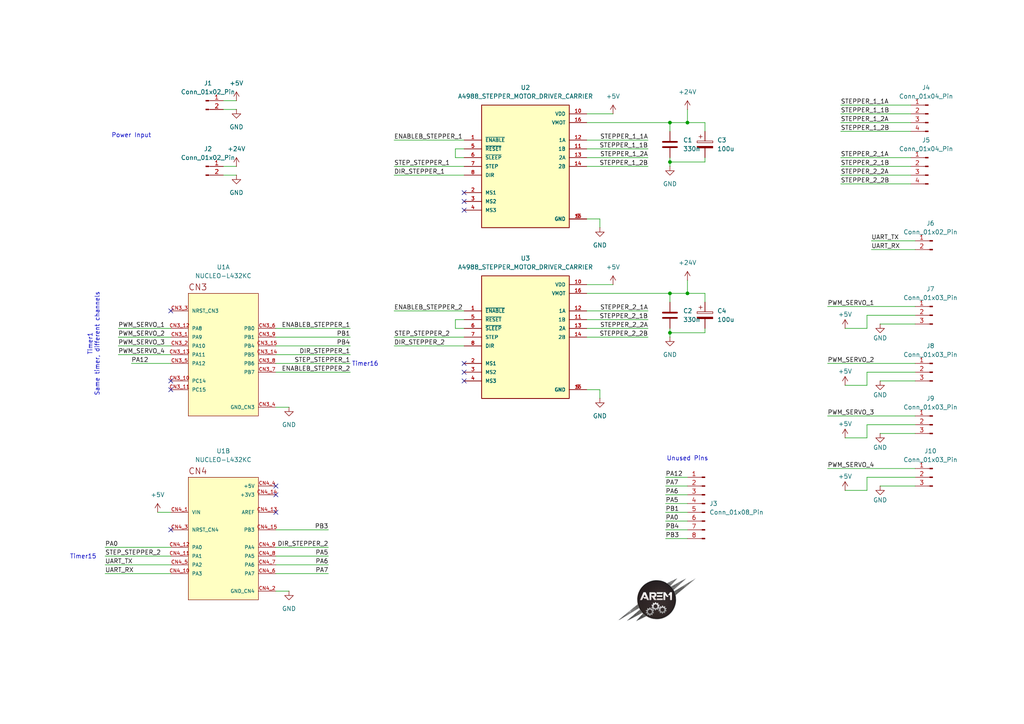
<source format=kicad_sch>
(kicad_sch (version 20250114) (generator "eeschema") (generator_version "9.0")
  (paper "A4")
  (title_block (title "carte_actionneur_cdr_2025") (date "2025-05-11"))
  (lib_symbols
    (symbol "A4988:A4988_STEPPER_MOTOR_DRIVER_CARRIER" (pin_names (offset 1.016))
      (property "Reference" "U" (at -12.7 19.05 0))
      (property "Value" "A4988_STEPPER_MOTOR_DRIVER_CARRIER" (at -12.7 -21.59 0))
      (symbol "A4988_STEPPER_MOTOR_DRIVER_CARRIER_0_0"
        (rectangle (start -12.7 -17.78) (end 12.7 17.78) (stroke (width 0.254)) (fill (type background)))
        (pin input line (at -17.78 7.62 0) (length 5.08) (name "~{ENABLE}") (number "1"))
        (pin input line (at -17.78 5.08 0) (length 5.08) (name "~{RESET}") (number "5"))
        (pin input line (at -17.78 2.54 0) (length 5.08) (name "~{SLEEP}") (number "6"))
        (pin input line (at -17.78 0 0) (length 5.08) (name "STEP") (number "7"))
        (pin input line (at -17.78 -2.54 0) (length 5.08) (name "DIR") (number "8"))
        (pin input line (at -17.78 -7.62 0) (length 5.08) (name "MS1") (number "2"))
        (pin input line (at -17.78 -10.16 0) (length 5.08) (name "MS2") (number "3"))
        (pin input line (at -17.78 -12.7 0) (length 5.08) (name "MS3") (number "4"))
        (pin power_in line (at 17.78 15.24 180) (length 5.08) (name "VDD") (number "10"))
        (pin power_in line (at 17.78 12.7 180) (length 5.08) (name "VMOT") (number "16"))
        (pin output line (at 17.78 7.62 180) (length 5.08) (name "1A") (number "12"))
        (pin output line (at 17.78 5.08 180) (length 5.08) (name "1B") (number "11"))
        (pin output line (at 17.78 2.54 180) (length 5.08) (name "2A") (number "13"))
        (pin output line (at 17.78 0 180) (length 5.08) (name "2B") (number "14"))
        (pin power_in line (at 17.78 -15.24 180) (length 5.08) (name "GND") (number "15"))
        (pin power_in line (at 17.78 -15.24 180) (length 5.08) (name "GND") (number "9"))
      )
    )
    (symbol "Connector:Conn_01x02_Pin" (pin_names (offset 1.016) (hide yes))
      (property "Reference" "J" (at 0 2.54 0))
      (property "Value" "Conn_01x02_Pin" (at 0 -5.08 0))
      (symbol "Conn_01x02_Pin_1_1"
        (rectangle (start 0.8636 0.127) (end 0 -0.127) (stroke (width 0.1524)) (fill (type outline)))
        (rectangle (start 0.8636 -2.413) (end 0 -2.667) (stroke (width 0.1524)) (fill (type outline)))
        (polyline (pts (xy 1.27 0) (xy 0.8636 0)) (stroke (width 0.1524)))
        (polyline (pts (xy 1.27 -2.54) (xy 0.8636 -2.54)) (stroke (width 0.1524)))
        (pin passive line (at 5.08 0 180) (length 3.81) (name "Pin_1") (number "1"))
        (pin passive line (at 5.08 -2.54 180) (length 3.81) (name "Pin_2") (number "2"))
      )
    )
    (symbol "Connector:Conn_01x03_Pin" (pin_names (offset 1.016) (hide yes))
      (property "Reference" "J" (at 0 5.08 0))
      (property "Value" "Conn_01x03_Pin" (at 0 -5.08 0))
      (symbol "Conn_01x03_Pin_1_1"
        (rectangle (start 0.8636 2.667) (end 0 2.413) (stroke (width 0.1524)) (fill (type outline)))
        (rectangle (start 0.8636 0.127) (end 0 -0.127) (stroke (width 0.1524)) (fill (type outline)))
        (rectangle (start 0.8636 -2.413) (end 0 -2.667) (stroke (width 0.1524)) (fill (type outline)))
        (polyline (pts (xy 1.27 2.54) (xy 0.8636 2.54)) (stroke (width 0.1524)))
        (polyline (pts (xy 1.27 0) (xy 0.8636 0)) (stroke (width 0.1524)))
        (polyline (pts (xy 1.27 -2.54) (xy 0.8636 -2.54)) (stroke (width 0.1524)))
        (pin passive line (at 5.08 2.54 180) (length 3.81) (name "Pin_1") (number "1"))
        (pin passive line (at 5.08 0 180) (length 3.81) (name "Pin_2") (number "2"))
        (pin passive line (at 5.08 -2.54 180) (length 3.81) (name "Pin_3") (number "3"))
      )
    )
    (symbol "Connector:Conn_01x04_Pin" (pin_names (offset 1.016) (hide yes))
      (property "Reference" "J" (at 0 5.08 0))
      (property "Value" "Conn_01x04_Pin" (at 0 -7.62 0))
      (symbol "Conn_01x04_Pin_1_1"
        (rectangle (start 0.8636 2.667) (end 0 2.413) (stroke (width 0.1524)) (fill (type outline)))
        (rectangle (start 0.8636 0.127) (end 0 -0.127) (stroke (width 0.1524)) (fill (type outline)))
        (rectangle (start 0.8636 -2.413) (end 0 -2.667) (stroke (width 0.1524)) (fill (type outline)))
        (rectangle (start 0.8636 -4.953) (end 0 -5.207) (stroke (width 0.1524)) (fill (type outline)))
        (polyline (pts (xy 1.27 2.54) (xy 0.8636 2.54)) (stroke (width 0.1524)))
        (polyline (pts (xy 1.27 0) (xy 0.8636 0)) (stroke (width 0.1524)))
        (polyline (pts (xy 1.27 -2.54) (xy 0.8636 -2.54)) (stroke (width 0.1524)))
        (polyline (pts (xy 1.27 -5.08) (xy 0.8636 -5.08)) (stroke (width 0.1524)))
        (pin passive line (at 5.08 2.54 180) (length 3.81) (name "Pin_1") (number "1"))
        (pin passive line (at 5.08 0 180) (length 3.81) (name "Pin_2") (number "2"))
        (pin passive line (at 5.08 -2.54 180) (length 3.81) (name "Pin_3") (number "3"))
        (pin passive line (at 5.08 -5.08 180) (length 3.81) (name "Pin_4") (number "4"))
      )
    )
    (symbol "Connector:Conn_01x08_Pin" (pin_names (offset 1.016) (hide yes))
      (property "Reference" "J" (at 0 10.16 0))
      (property "Value" "Conn_01x08_Pin" (at 0 -12.7 0))
      (symbol "Conn_01x08_Pin_1_1"
        (rectangle (start 0.8636 7.747) (end 0 7.493) (stroke (width 0.1524)) (fill (type outline)))
        (rectangle (start 0.8636 5.207) (end 0 4.953) (stroke (width 0.1524)) (fill (type outline)))
        (rectangle (start 0.8636 2.667) (end 0 2.413) (stroke (width 0.1524)) (fill (type outline)))
        (rectangle (start 0.8636 0.127) (end 0 -0.127) (stroke (width 0.1524)) (fill (type outline)))
        (rectangle (start 0.8636 -2.413) (end 0 -2.667) (stroke (width 0.1524)) (fill (type outline)))
        (rectangle (start 0.8636 -4.953) (end 0 -5.207) (stroke (width 0.1524)) (fill (type outline)))
        (rectangle (start 0.8636 -7.493) (end 0 -7.747) (stroke (width 0.1524)) (fill (type outline)))
        (rectangle (start 0.8636 -10.033) (end 0 -10.287) (stroke (width 0.1524)) (fill (type outline)))
        (polyline (pts (xy 1.27 7.62) (xy 0.8636 7.62)) (stroke (width 0.1524)))
        (polyline (pts (xy 1.27 5.08) (xy 0.8636 5.08)) (stroke (width 0.1524)))
        (polyline (pts (xy 1.27 2.54) (xy 0.8636 2.54)) (stroke (width 0.1524)))
        (polyline (pts (xy 1.27 0) (xy 0.8636 0)) (stroke (width 0.1524)))
        (polyline (pts (xy 1.27 -2.54) (xy 0.8636 -2.54)) (stroke (width 0.1524)))
        (polyline (pts (xy 1.27 -5.08) (xy 0.8636 -5.08)) (stroke (width 0.1524)))
        (polyline (pts (xy 1.27 -7.62) (xy 0.8636 -7.62)) (stroke (width 0.1524)))
        (polyline (pts (xy 1.27 -10.16) (xy 0.8636 -10.16)) (stroke (width 0.1524)))
        (pin passive line (at 5.08 7.62 180) (length 3.81) (name "Pin_1") (number "1"))
        (pin passive line (at 5.08 5.08 180) (length 3.81) (name "Pin_2") (number "2"))
        (pin passive line (at 5.08 2.54 180) (length 3.81) (name "Pin_3") (number "3"))
        (pin passive line (at 5.08 0 180) (length 3.81) (name "Pin_4") (number "4"))
        (pin passive line (at 5.08 -2.54 180) (length 3.81) (name "Pin_5") (number "5"))
        (pin passive line (at 5.08 -5.08 180) (length 3.81) (name "Pin_6") (number "6"))
        (pin passive line (at 5.08 -7.62 180) (length 3.81) (name "Pin_7") (number "7"))
        (pin passive line (at 5.08 -10.16 180) (length 3.81) (name "Pin_8") (number "8"))
      )
    )
    (symbol "Device:C" (pin_numbers (hide yes)) (pin_names (offset 0.254))
      (property "Reference" "C" (at 0.635 2.54 0))
      (property "Value" "C" (at 0.635 -2.54 0))
      (symbol "C_0_1"
        (polyline (pts (xy -2.032 0.762) (xy 2.032 0.762)) (stroke (width 0.508)))
        (polyline (pts (xy -2.032 -0.762) (xy 2.032 -0.762)) (stroke (width 0.508)))
      )
      (symbol "C_1_1"
        (pin passive line (at 0 3.81 270) (length 2.794) (name "~") (number "1"))
        (pin passive line (at 0 -3.81 90) (length 2.794) (name "~") (number "2"))
      )
    )
    (symbol "Device:C_Polarized" (pin_numbers (hide yes)) (pin_names (offset 0.254))
      (property "Reference" "C" (at 0.635 2.54 0))
      (property "Value" "C_Polarized" (at 0.635 -2.54 0))
      (symbol "C_Polarized_0_1"
        (rectangle (start -2.286 0.508) (end 2.286 1.016))
        (polyline (pts (xy -1.778 2.286) (xy -0.762 2.286)))
        (polyline (pts (xy -1.27 2.794) (xy -1.27 1.778)))
        (rectangle (start 2.286 -0.508) (end -2.286 -1.016) (fill (type outline)))
      )
      (symbol "C_Polarized_1_1"
        (pin passive line (at 0 3.81 270) (length 2.794) (name "~") (number "1"))
        (pin passive line (at 0 -3.81 90) (length 2.794) (name "~") (number "2"))
      )
    )
    (symbol "Nucleo:NUCLEO-L432KC" (pin_names (offset 1.016))
      (property "Reference" "U" (at -10.16 21.082 0))
      (property "Value" "NUCLEO-L432KC" (at -10.16 -20.32 0))
      (symbol "NUCLEO-L432KC_1_0"
        (rectangle (start -10.16 -17.78) (end 10.16 17.78) (stroke (width 0.1524)) (fill (type background)))
        (text "CN3" (at -10.16 18.542 0) (effects (font (size 1.778 1.778)) (justify left bottom)))
        (pin bidirectional line (at -15.24 12.7 0) (length 5.08) (name "NRST_CN3") (number "CN3_3"))
        (pin bidirectional line (at -15.24 7.62 0) (length 5.08) (name "PA8") (number "CN3_12"))
        (pin bidirectional line (at -15.24 5.08 0) (length 5.08) (name "PA9") (number "CN3_1"))
        (pin bidirectional line (at -15.24 2.54 0) (length 5.08) (name "PA10") (number "CN3_2"))
        (pin bidirectional line (at -15.24 0 0) (length 5.08) (name "PA11") (number "CN3_13"))
        (pin bidirectional line (at -15.24 -2.54 0) (length 5.08) (name "PA12") (number "CN3_5"))
        (pin bidirectional line (at -15.24 -7.62 0) (length 5.08) (name "PC14") (number "CN3_10"))
        (pin bidirectional line (at -15.24 -10.16 0) (length 5.08) (name "PC15") (number "CN3_11"))
        (pin bidirectional line (at 15.24 7.62 180) (length 5.08) (name "PB0") (number "CN3_6"))
        (pin bidirectional line (at 15.24 5.08 180) (length 5.08) (name "PB1") (number "CN3_9"))
        (pin bidirectional line (at 15.24 2.54 180) (length 5.08) (name "PB4") (number "CN3_15"))
        (pin bidirectional line (at 15.24 0 180) (length 5.08) (name "PB5") (number "CN3_14"))
        (pin bidirectional line (at 15.24 -2.54 180) (length 5.08) (name "PB6") (number "CN3_8"))
        (pin bidirectional line (at 15.24 -5.08 180) (length 5.08) (name "PB7") (number "CN3_7"))
        (pin power_in line (at 15.24 -15.24 180) (length 5.08) (name "GND_CN3") (number "CN3_4"))
      )
      (symbol "NUCLEO-L432KC_2_0"
        (rectangle (start -10.16 -17.78) (end 10.16 17.78) (stroke (width 0.1524)) (fill (type background)))
        (text "CN4" (at -10.16 18.542 0) (effects (font (size 1.778 1.778)) (justify left bottom)))
        (pin input line (at -15.24 7.62 0) (length 5.08) (name "VIN") (number "CN4_1"))
        (pin bidirectional line (at -15.24 2.54 0) (length 5.08) (name "NRST_CN4") (number "CN4_3"))
        (pin bidirectional line (at -15.24 -2.54 0) (length 5.08) (name "PA0") (number "CN4_12"))
        (pin bidirectional line (at -15.24 -5.08 0) (length 5.08) (name "PA1") (number "CN4_11"))
        (pin bidirectional line (at -15.24 -7.62 0) (length 5.08) (name "PA2") (number "CN4_5"))
        (pin bidirectional line (at -15.24 -10.16 0) (length 5.08) (name "PA3") (number "CN4_10"))
        (pin power_in line (at 15.24 15.24 180) (length 5.08) (name "+5V") (number "CN4_4"))
        (pin power_in line (at 15.24 12.7 180) (length 5.08) (name "+3V3") (number "CN4_14"))
        (pin bidirectional line (at 15.24 7.62 180) (length 5.08) (name "AREF") (number "CN4_13"))
        (pin bidirectional line (at 15.24 2.54 180) (length 5.08) (name "PB3") (number "CN4_15"))
        (pin bidirectional line (at 15.24 -2.54 180) (length 5.08) (name "PA4") (number "CN4_9"))
        (pin bidirectional line (at 15.24 -5.08 180) (length 5.08) (name "PA5") (number "CN4_8"))
        (pin bidirectional line (at 15.24 -7.62 180) (length 5.08) (name "PA6") (number "CN4_7"))
        (pin bidirectional line (at 15.24 -10.16 180) (length 5.08) (name "PA7") (number "CN4_6"))
        (pin power_in line (at 15.24 -15.24 180) (length 5.08) (name "GND_CN4") (number "CN4_2"))
      )
    )
    (symbol "power:+24V" (power) (pin_numbers (hide yes)) (pin_names (offset 0) (hide yes))
      (property "Value" "+24V" (at 0 3.556 0))
      (symbol "+24V_0_1"
        (polyline (pts (xy -0.762 1.27) (xy 0 2.54)))
        (polyline (pts (xy 0 2.54) (xy 0.762 1.27)))
        (polyline (pts (xy 0 0) (xy 0 2.54)))
      )
      (symbol "+24V_1_1"
        (pin power_in line (at 0 0 90) (length 0) (name "~") (number "1"))
      )
    )
    (symbol "power:+5V" (power) (pin_numbers (hide yes)) (pin_names (offset 0) (hide yes))
      (property "Value" "+5V" (at 0 3.556 0))
      (symbol "+5V_0_1"
        (polyline (pts (xy -0.762 1.27) (xy 0 2.54)))
        (polyline (pts (xy 0 2.54) (xy 0.762 1.27)))
        (polyline (pts (xy 0 0) (xy 0 2.54)))
      )
      (symbol "+5V_1_1"
        (pin power_in line (at 0 0 90) (length 0) (name "~") (number "1"))
      )
    )
    (symbol "power:GND" (power) (pin_numbers (hide yes)) (pin_names (offset 0) (hide yes))
      (property "Value" "GND" (at 0 -3.81 0))
      (symbol "GND_0_1"
        (polyline (pts (xy 0 0) (xy 0 -1.27) (xy 1.27 -1.27) (xy 0 -2.54) (xy -1.27 -1.27) (xy 0 -1.27)))
      )
      (symbol "GND_1_1"
        (pin power_in line (at 0 0 270) (length 0) (name "~") (number "1"))
      )
    )
  )
  (text "Timer15\n" (at 24.13 161.544 0) (effects (font (size 1.27 1.27))))
  (text "Unused Pins" (at 199.39 133.096 0) (effects (font (size 1.27 1.27))))
  (text "Power Input\n" (at 38.1 39.37 0) (effects (font (size 1.27 1.27))))
  (text "Timer1\nSame timer, different channels" (at 27.178 99.822 90) (effects (font (size 1.27 1.27))))
  (text "Timer16\n" (at 105.918 105.664 0) (effects (font (size 1.27 1.27))))
  (junction (at 194.31 46.99))
  (junction (at 194.31 35.56))
  (junction (at 194.31 85.09))
  (junction (at 199.39 85.09))
  (junction (at 199.39 35.56))
  (junction (at 194.31 96.52))
  (no_connect (at 134.62 60.96))
  (no_connect (at 49.53 153.67))
  (no_connect (at 49.53 90.17))
  (no_connect (at 49.53 110.49))
  (no_connect (at 134.62 105.41))
  (no_connect (at 80.01 148.59))
  (no_connect (at 134.62 110.49))
  (no_connect (at 134.62 55.88))
  (no_connect (at 80.01 140.97))
  (no_connect (at 134.62 107.95))
  (no_connect (at 49.53 113.03))
  (no_connect (at 80.01 143.51))
  (no_connect (at 134.62 58.42))
  (wire (pts (xy 134.62 95.25) (xy 132.08 95.25)))
  (wire (pts (xy 132.08 45.72) (xy 132.08 43.18)))
  (wire (pts (xy 132.08 92.71) (xy 134.62 92.71)))
  (wire (pts (xy 204.47 96.52) (xy 194.31 96.52)))
  (wire (pts (xy 80.01 153.67) (xy 95.25 153.67)))
  (wire (pts (xy 170.18 113.03) (xy 173.99 113.03)))
  (wire (pts (xy 251.46 107.95) (xy 251.46 111.76)))
  (wire (pts (xy 255.27 140.97) (xy 265.43 140.97)))
  (wire (pts (xy 264.16 53.34) (xy 243.84 53.34)))
  (wire (pts (xy 80.01 95.25) (xy 101.6 95.25)))
  (wire (pts (xy 170.18 97.79) (xy 187.96 97.79)))
  (wire (pts (xy 194.31 35.56) (xy 170.18 35.56)))
  (wire (pts (xy 204.47 45.72) (xy 204.47 46.99)))
  (wire (pts (xy 170.18 95.25) (xy 187.96 95.25)))
  (wire (pts (xy 80.01 107.95) (xy 101.6 107.95)))
  (wire (pts (xy 170.18 90.17) (xy 187.96 90.17)))
  (wire (pts (xy 193.04 151.13) (xy 199.39 151.13)))
  (wire (pts (xy 114.3 48.26) (xy 134.62 48.26)))
  (wire (pts (xy 252.73 69.85) (xy 265.43 69.85)))
  (wire (pts (xy 64.77 48.26) (xy 68.58 48.26)))
  (wire (pts (xy 194.31 95.25) (xy 194.31 96.52)))
  (wire (pts (xy 193.04 148.59) (xy 199.39 148.59)))
  (wire (pts (xy 114.3 100.33) (xy 134.62 100.33)))
  (wire (pts (xy 114.3 97.79) (xy 134.62 97.79)))
  (wire (pts (xy 170.18 33.02) (xy 177.8 33.02)))
  (wire (pts (xy 204.47 87.63) (xy 204.47 85.09)))
  (wire (pts (xy 240.03 120.65) (xy 265.43 120.65)))
  (wire (pts (xy 194.31 46.99) (xy 194.31 48.26)))
  (wire (pts (xy 114.3 50.8) (xy 134.62 50.8)))
  (wire (pts (xy 264.16 48.26) (xy 243.84 48.26)))
  (wire (pts (xy 170.18 45.72) (xy 187.96 45.72)))
  (wire (pts (xy 204.47 35.56) (xy 199.39 35.56)))
  (wire (pts (xy 64.77 29.21) (xy 68.58 29.21)))
  (wire (pts (xy 204.47 38.1) (xy 204.47 35.56)))
  (wire (pts (xy 243.84 33.02) (xy 264.16 33.02)))
  (wire (pts (xy 264.16 50.8) (xy 243.84 50.8)))
  (wire (pts (xy 80.01 166.37) (xy 95.25 166.37)))
  (wire (pts (xy 80.01 158.75) (xy 95.25 158.75)))
  (wire (pts (xy 34.29 102.87) (xy 49.53 102.87)))
  (wire (pts (xy 170.18 40.64) (xy 187.96 40.64)))
  (wire (pts (xy 134.62 45.72) (xy 132.08 45.72)))
  (wire (pts (xy 80.01 102.87) (xy 101.6 102.87)))
  (wire (pts (xy 243.84 35.56) (xy 264.16 35.56)))
  (wire (pts (xy 30.48 158.75) (xy 49.53 158.75)))
  (wire (pts (xy 170.18 43.18) (xy 187.96 43.18)))
  (wire (pts (xy 80.01 161.29) (xy 95.25 161.29)))
  (wire (pts (xy 251.46 95.25) (xy 245.11 95.25)))
  (wire (pts (xy 173.99 113.03) (xy 173.99 115.57)))
  (wire (pts (xy 170.18 92.71) (xy 187.96 92.71)))
  (wire (pts (xy 114.3 90.17) (xy 134.62 90.17)))
  (wire (pts (xy 194.31 85.09) (xy 194.31 87.63)))
  (wire (pts (xy 255.27 125.73) (xy 265.43 125.73)))
  (wire (pts (xy 255.27 93.98) (xy 265.43 93.98)))
  (wire (pts (xy 243.84 38.1) (xy 264.16 38.1)))
  (wire (pts (xy 34.29 97.79) (xy 49.53 97.79)))
  (wire (pts (xy 30.48 166.37) (xy 49.53 166.37)))
  (wire (pts (xy 251.46 123.19) (xy 251.46 127)))
  (wire (pts (xy 240.03 88.9) (xy 265.43 88.9)))
  (wire (pts (xy 265.43 123.19) (xy 251.46 123.19)))
  (wire (pts (xy 204.47 95.25) (xy 204.47 96.52)))
  (wire (pts (xy 251.46 142.24) (xy 245.11 142.24)))
  (wire (pts (xy 38.1 105.41) (xy 49.53 105.41)))
  (wire (pts (xy 194.31 96.52) (xy 194.31 97.79)))
  (wire (pts (xy 265.43 91.44) (xy 251.46 91.44)))
  (wire (pts (xy 204.47 46.99) (xy 194.31 46.99)))
  (wire (pts (xy 170.18 82.55) (xy 177.8 82.55)))
  (wire (pts (xy 170.18 48.26) (xy 187.96 48.26)))
  (wire (pts (xy 252.73 72.39) (xy 265.43 72.39)))
  (wire (pts (xy 251.46 111.76) (xy 245.11 111.76)))
  (wire (pts (xy 80.01 118.11) (xy 83.82 118.11)))
  (wire (pts (xy 264.16 45.72) (xy 243.84 45.72)))
  (wire (pts (xy 114.3 40.64) (xy 134.62 40.64)))
  (wire (pts (xy 199.39 85.09) (xy 194.31 85.09)))
  (wire (pts (xy 199.39 35.56) (xy 194.31 35.56)))
  (wire (pts (xy 132.08 43.18) (xy 134.62 43.18)))
  (wire (pts (xy 49.53 148.59) (xy 45.72 148.59)))
  (wire (pts (xy 132.08 95.25) (xy 132.08 92.71)))
  (wire (pts (xy 193.04 143.51) (xy 199.39 143.51)))
  (wire (pts (xy 243.84 30.48) (xy 264.16 30.48)))
  (wire (pts (xy 193.04 146.05) (xy 199.39 146.05)))
  (wire (pts (xy 193.04 138.43) (xy 199.39 138.43)))
  (wire (pts (xy 251.46 127) (xy 245.11 127)))
  (wire (pts (xy 193.04 156.21) (xy 199.39 156.21)))
  (wire (pts (xy 193.04 153.67) (xy 199.39 153.67)))
  (wire (pts (xy 80.01 163.83) (xy 95.25 163.83)))
  (wire (pts (xy 240.03 135.89) (xy 265.43 135.89)))
  (wire (pts (xy 80.01 105.41) (xy 101.6 105.41)))
  (wire (pts (xy 80.01 97.79) (xy 101.6 97.79)))
  (wire (pts (xy 193.04 140.97) (xy 199.39 140.97)))
  (wire (pts (xy 170.18 63.5) (xy 173.99 63.5)))
  (wire (pts (xy 251.46 91.44) (xy 251.46 95.25)))
  (wire (pts (xy 265.43 107.95) (xy 251.46 107.95)))
  (wire (pts (xy 194.31 35.56) (xy 194.31 38.1)))
  (wire (pts (xy 173.99 63.5) (xy 173.99 66.04)))
  (wire (pts (xy 80.01 171.45) (xy 83.82 171.45)))
  (wire (pts (xy 240.03 105.41) (xy 265.43 105.41)))
  (wire (pts (xy 199.39 31.75) (xy 199.39 35.56)))
  (wire (pts (xy 194.31 45.72) (xy 194.31 46.99)))
  (wire (pts (xy 34.29 100.33) (xy 49.53 100.33)))
  (wire (pts (xy 251.46 138.43) (xy 251.46 142.24)))
  (wire (pts (xy 199.39 81.28) (xy 199.39 85.09)))
  (wire (pts (xy 204.47 85.09) (xy 199.39 85.09)))
  (wire (pts (xy 34.29 95.25) (xy 49.53 95.25)))
  (wire (pts (xy 30.48 163.83) (xy 49.53 163.83)))
  (wire (pts (xy 170.18 85.09) (xy 194.31 85.09)))
  (wire (pts (xy 255.27 110.49) (xy 265.43 110.49)))
  (wire (pts (xy 64.77 50.8) (xy 68.58 50.8)))
  (wire (pts (xy 64.77 31.75) (xy 68.58 31.75)))
  (wire (pts (xy 30.48 161.29) (xy 49.53 161.29)))
  (wire (pts (xy 80.01 100.33) (xy 101.6 100.33)))
  (wire (pts (xy 265.43 138.43) (xy 251.46 138.43)))
  (image (at 190.5 173.99) (scale 0.131884))
  (label "STEPPER_2_1B" (at 243.84 48.26 0))
  (label "STEPPER_1_2A" (at 187.96 45.72 180))
  (label "PA12" (at 38.1 105.41 0))
  (label "STEPPER_2_2B" (at 187.96 97.79 180))
  (label "PA6" (at 95.25 163.83 180))
  (label "STEPPER_2_2A" (at 187.96 95.25 180))
  (label "PA0" (at 193.04 151.13 0))
  (label "STEP_STEPPER_2" (at 114.3 97.79 0))
  (label "STEPPER_1_1A" (at 243.84 30.48 0))
  (label "PWM_SERVO_3" (at 34.29 100.33 0))
  (label "DIR_STEPPER_2" (at 95.25 158.75 180))
  (label "PA5" (at 95.25 161.29 180))
  (label "STEPPER_1_1B" (at 187.96 43.18 180))
  (label "STEPPER_1_2B" (at 243.84 38.1 0))
  (label "STEPPER_2_2B" (at 243.84 53.34 0))
  (label "UART_TX" (at 30.48 163.83 0))
  (label "STEPPER_1_2A" (at 243.84 35.56 0))
  (label "ENABLEB_STEPPER_1" (at 114.3 40.64 0))
  (label "PWM_SERVO_1" (at 34.29 95.25 0))
  (label "STEPPER_1_1B" (at 243.84 33.02 0))
  (label "UART_TX" (at 252.73 69.85 0))
  (label "STEPPER_1_2B" (at 187.96 48.26 180))
  (label "PWM_SERVO_3" (at 240.03 120.65 0))
  (label "STEPPER_2_1B" (at 187.96 92.71 180))
  (label "PA0" (at 30.48 158.75 0))
  (label "PA5" (at 193.04 146.05 0))
  (label "STEP_STEPPER_1" (at 114.3 48.26 0))
  (label "DIR_STEPPER_1" (at 114.3 50.8 0))
  (label "PB3" (at 95.25 153.67 180))
  (label "PB1" (at 101.6 97.79 180))
  (label "PB3" (at 193.04 156.21 0))
  (label "PWM_SERVO_1" (at 240.03 88.9 0))
  (label "PWM_SERVO_4" (at 240.03 135.89 0))
  (label "PB1" (at 193.04 148.59 0))
  (label "PB4" (at 101.6 100.33 180))
  (label "PB4" (at 193.04 153.67 0))
  (label "ENABLEB_STEPPER_2" (at 101.6 107.95 180))
  (label "STEP_STEPPER_2" (at 30.48 161.29 0))
  (label "DIR_STEPPER_2" (at 114.3 100.33 0))
  (label "STEPPER_1_1A" (at 187.96 40.64 180))
  (label "UART_RX" (at 252.73 72.39 0))
  (label "PWM_SERVO_2" (at 240.03 105.41 0))
  (label "PWM_SERVO_4" (at 34.29 102.87 0))
  (label "PA6" (at 193.04 143.51 0))
  (label "STEPPER_2_2A" (at 243.84 50.8 0))
  (label "PA7" (at 193.04 140.97 0))
  (label "PWM_SERVO_2" (at 34.29 97.79 0))
  (label "UART_RX" (at 30.48 166.37 0))
  (label "STEP_STEPPER_1" (at 101.6 105.41 180))
  (label "PA7" (at 95.25 166.37 180))
  (label "ENABLEB_STEPPER_2" (at 114.3 90.17 0))
  (label "PA12" (at 193.04 138.43 0))
  (label "STEPPER_2_1A" (at 187.96 90.17 180))
  (label "STEPPER_2_1A" (at 243.84 45.72 0))
  (label "ENABLEB_STEPPER_1" (at 101.6 95.25 180))
  (label "DIR_STEPPER_1" (at 101.6 102.87 180))
  (symbol (lib_id "Device:C") (at 194.31 41.91 0) (unit 1)
    (property "Reference" "C1" (at 198.12 40.6399 0) (effects (justify left)))
    (property "Value" "330n" (at 198.12 43.1799 0) (effects (justify left)))
    (property "Footprint" "Capacitor_THT:CP_Radial_D5.0mm_P2.50mm" (effects (hide yes)))
    (property "Description" "Unpolarized capacitor" (effects (hide yes)))
  )
  (symbol (lib_id "A4988:A4988_STEPPER_MOTOR_DRIVER_CARRIER") (at 152.4 48.26 0) (unit 1)
    (property "Reference" "U2" (at 152.4 25.4 0))
    (property "Value" "A4988_STEPPER_MOTOR_DRIVER_CARRIER" (at 152.4 27.94 0))
    (property "Footprint" "A4988:MODULE_A4988_STEPPER_MOTOR_DRIVER_CARRIER" (effects (hide yes)))
    (property "MF" "Pololu" (effects (hide yes)))
    (property "DESCRIPTION" "Stepper motor controler; IC: A4988; 1A; Uin mot: 8÷35V" (effects (hide yes)))
    (property "PACKAGE" "None" (effects (hide yes)))
    (property "PRICE" "None" (effects (hide yes)))
    (property "Package" "None" (effects (hide yes)))
    (property "Check_prices" "https://www.snapeda.com/parts/A4988%20STEPPER%20MOTOR%20DRIVER%20CARRIER/Pololu/view-part/?ref=eda" (effects (hide yes)))
    (property "Price" "None" (effects (hide yes)))
    (property "SnapEDA_Link" "https://www.snapeda.com/parts/A4988%20STEPPER%20MOTOR%20DRIVER%20CARRIER/Pololu/view-part/?ref=snap" (effects (hide yes)))
    (property "MP" "A4988 STEPPER MOTOR DRIVER CARRIER" (effects (hide yes)))
    (property "Availability" "Not in stock" (effects (hide yes)))
    (property "AVAILABILITY" "Unavailable" (effects (hide yes)))
    (property "Description_1" "Stepper Motor Driver" (effects (hide yes)))
  )
  (symbol (lib_id "power:GND") (at 68.58 31.75 0) (unit 1)
    (property "Reference" "#PWR03" (effects (hide yes)))
    (property "Value" "GND" (at 68.58 36.83 0))
    (property "Description" "Power symbol creates a global label with name \"GND\" , ground" (effects (hide yes)))
  )
  (symbol (lib_id "power:+5V") (at 245.11 127 0) (unit 1)
    (property "Reference" "#PWR018" (effects (hide yes)))
    (property "Value" "+5V" (at 245.11 122.936 0))
    (property "Description" "Power symbol creates a global label with name \"+5V\"" (effects (hide yes)))
  )
  (symbol (lib_id "Connector:Conn_01x02_Pin") (at 59.69 29.21 0) (unit 1)
    (property "Reference" "J1" (at 60.325 24.13 0))
    (property "Value" "Conn_01x02_Pin" (at 60.325 26.67 0))
    (property "Footprint" "Connector_JST:JST_EH_B2B-EH-A_1x02_P2.50mm_Vertical" (effects (hide yes)))
    (property "Description" "Generic connector, single row, 01x02, script generated" (effects (hide yes)))
  )
  (symbol (lib_id "Nucleo:NUCLEO-L432KC") (at 64.77 102.87 0) (unit 1)
    (property "Reference" "U1" (at 64.77 77.47 0))
    (property "Value" "NUCLEO-L432KC" (at 64.77 80.01 0))
    (property "Footprint" "NUCLEO:MODULE_NUCLEO-L432KC" (effects (hide yes)))
    (property "MF" "STMicroelectronics" (effects (hide yes)))
    (property "MAXIMUM_PACKAGE_HEIGHT" "N/A" (effects (hide yes)))
    (property "Package" "None" (effects (hide yes)))
    (property "Price" "None" (effects (hide yes)))
    (property "Check_prices" "https://www.snapeda.com/parts/NUCLEO-L432KC/STMicroelectronics/view-part/?ref=eda" (effects (hide yes)))
    (property "STANDARD" "Manufacturer Recommendations" (effects (hide yes)))
    (property "PARTREV" "N/A" (effects (hide yes)))
    (property "SnapEDA_Link" "https://www.snapeda.com/parts/NUCLEO-L432KC/STMicroelectronics/view-part/?ref=snap" (effects (hide yes)))
    (property "MP" "NUCLEO-L432KC" (effects (hide yes)))
    (property "Description_1" "STM32L432KC, mbed-Enabled Development Nucleo-32 STM32L4 ARM® Cortex®-M4 MCU 32-Bit Embedded Evaluation Board" (effects (hide yes)))
    (property "Availability" "In Stock" (effects (hide yes)))
    (property "MANUFACTURER" "ST Microelectronics" (effects (hide yes)))
  )
  (symbol (lib_id "power:+24V") (at 199.39 81.28 0) (unit 1)
    (property "Reference" "#PWR015" (effects (hide yes)))
    (property "Value" "+24V" (at 199.39 76.2 0))
    (property "Description" "Power symbol creates a global label with name \"+24V\"" (effects (hide yes)))
  )
  (symbol (lib_id "power:+24V") (at 68.58 48.26 0) (unit 1)
    (property "Reference" "#PWR04" (effects (hide yes)))
    (property "Value" "+24V" (at 68.58 43.18 0))
    (property "Description" "Power symbol creates a global label with name \"+24V\"" (effects (hide yes)))
  )
  (symbol (lib_id "Connector:Conn_01x03_Pin") (at 270.51 138.43 0) (mirror y) (unit 1)
    (property "Reference" "J10" (at 269.875 130.81 0))
    (property "Value" "Conn_01x03_Pin" (at 269.875 133.35 0))
    (property "Footprint" "Connector_JST:JST_EH_B3B-EH-A_1x03_P2.50mm_Vertical" (effects (hide yes)))
    (property "Description" "Generic connector, single row, 01x03, script generated" (effects (hide yes)))
  )
  (symbol (lib_id "power:+5V") (at 245.11 111.76 0) (unit 1)
    (property "Reference" "#PWR017" (effects (hide yes)))
    (property "Value" "+5V" (at 245.11 107.696 0))
    (property "Description" "Power symbol creates a global label with name \"+5V\"" (effects (hide yes)))
  )
  (symbol (lib_id "Connector:Conn_01x02_Pin") (at 270.51 69.85 0) (mirror y) (unit 1)
    (property "Reference" "J6" (at 269.875 64.77 0))
    (property "Value" "Conn_01x02_Pin" (at 269.875 67.31 0))
    (property "Footprint" "Connector_JST:JST_EH_B2B-EH-A_1x02_P2.50mm_Vertical" (effects (hide yes)))
    (property "Description" "Generic connector, single row, 01x02, script generated" (effects (hide yes)))
  )
  (symbol (lib_id "power:GND") (at 194.31 48.26 0) (unit 1)
    (property "Reference" "#PWR012" (effects (hide yes)))
    (property "Value" "GND" (at 194.31 53.34 0))
    (property "Description" "Power symbol creates a global label with name \"GND\" , ground" (effects (hide yes)))
  )
  (symbol (lib_id "power:GND") (at 173.99 66.04 0) (unit 1)
    (property "Reference" "#PWR08" (effects (hide yes)))
    (property "Value" "GND" (at 173.99 71.12 0))
    (property "Description" "Power symbol creates a global label with name \"GND\" , ground" (effects (hide yes)))
  )
  (symbol (lib_id "power:GND") (at 173.99 115.57 0) (unit 1)
    (property "Reference" "#PWR09" (effects (hide yes)))
    (property "Value" "GND" (at 173.99 120.65 0))
    (property "Description" "Power symbol creates a global label with name \"GND\" , ground" (effects (hide yes)))
  )
  (symbol (lib_id "power:+5V") (at 45.72 148.59 0) (mirror y) (unit 1)
    (property "Reference" "#PWR01" (effects (hide yes)))
    (property "Value" "+5V" (at 45.72 143.51 0))
    (property "Description" "Power symbol creates a global label with name \"+5V\"" (effects (hide yes)))
  )
  (symbol (lib_id "power:GND") (at 255.27 93.98 0) (unit 1)
    (property "Reference" "#PWR020" (effects (hide yes)))
    (property "Value" "GND" (at 255.27 98.044 0))
    (property "Description" "Power symbol creates a global label with name \"GND\" , ground" (effects (hide yes)))
  )
  (symbol (lib_id "power:+5V") (at 68.58 29.21 0) (unit 1)
    (property "Reference" "#PWR02" (effects (hide yes)))
    (property "Value" "+5V" (at 68.58 24.13 0))
    (property "Description" "Power symbol creates a global label with name \"+5V\"" (effects (hide yes)))
  )
  (symbol (lib_id "Nucleo:NUCLEO-L432KC") (at 64.77 156.21 0) (unit 2)
    (property "Reference" "U1" (at 64.77 130.81 0))
    (property "Value" "NUCLEO-L432KC" (at 64.77 133.35 0))
    (property "Footprint" "NUCLEO:MODULE_NUCLEO-L432KC" (effects (hide yes)))
    (property "MF" "STMicroelectronics" (effects (hide yes)))
    (property "MAXIMUM_PACKAGE_HEIGHT" "N/A" (effects (hide yes)))
    (property "Package" "None" (effects (hide yes)))
    (property "Price" "None" (effects (hide yes)))
    (property "Check_prices" "https://www.snapeda.com/parts/NUCLEO-L432KC/STMicroelectronics/view-part/?ref=eda" (effects (hide yes)))
    (property "STANDARD" "Manufacturer Recommendations" (effects (hide yes)))
    (property "PARTREV" "N/A" (effects (hide yes)))
    (property "SnapEDA_Link" "https://www.snapeda.com/parts/NUCLEO-L432KC/STMicroelectronics/view-part/?ref=snap" (effects (hide yes)))
    (property "MP" "NUCLEO-L432KC" (effects (hide yes)))
    (property "Description_1" "STM32L432KC, mbed-Enabled Development Nucleo-32 STM32L4 ARM® Cortex®-M4 MCU 32-Bit Embedded Evaluation Board" (effects (hide yes)))
    (property "Availability" "In Stock" (effects (hide yes)))
    (property "MANUFACTURER" "ST Microelectronics" (effects (hide yes)))
  )
  (symbol (lib_id "power:GND") (at 255.27 125.73 0) (unit 1)
    (property "Reference" "#PWR022" (effects (hide yes)))
    (property "Value" "GND" (at 255.27 129.794 0))
    (property "Description" "Power symbol creates a global label with name \"GND\" , ground" (effects (hide yes)))
  )
  (symbol (lib_id "power:GND") (at 194.31 97.79 0) (unit 1)
    (property "Reference" "#PWR013" (effects (hide yes)))
    (property "Value" "GND" (at 194.31 102.87 0))
    (property "Description" "Power symbol creates a global label with name \"GND\" , ground" (effects (hide yes)))
  )
  (symbol (lib_id "Connector:Conn_01x04_Pin") (at 269.24 33.02 0) (mirror y) (unit 1)
    (property "Reference" "J4" (at 268.605 25.4 0))
    (property "Value" "Conn_01x04_Pin" (at 268.605 27.94 0))
    (property "Footprint" "Connector_JST:JST_EH_B4B-EH-A_1x04_P2.50mm_Vertical" (effects (hide yes)))
    (property "Description" "Generic connector, single row, 01x04, script generated" (effects (hide yes)))
  )
  (symbol (lib_id "power:GND") (at 83.82 118.11 0) (unit 1)
    (property "Reference" "#PWR06" (effects (hide yes)))
    (property "Value" "GND" (at 83.82 123.19 0))
    (property "Description" "Power symbol creates a global label with name \"GND\" , ground" (effects (hide yes)))
  )
  (symbol (lib_id "A4988:A4988_STEPPER_MOTOR_DRIVER_CARRIER") (at 152.4 97.79 0) (unit 1)
    (property "Reference" "U3" (at 152.4 74.93 0))
    (property "Value" "A4988_STEPPER_MOTOR_DRIVER_CARRIER" (at 152.4 77.47 0))
    (property "Footprint" "A4988:MODULE_A4988_STEPPER_MOTOR_DRIVER_CARRIER" (effects (hide yes)))
    (property "MF" "Pololu" (effects (hide yes)))
    (property "DESCRIPTION" "Stepper motor controler; IC: A4988; 1A; Uin mot: 8÷35V" (effects (hide yes)))
    (property "PACKAGE" "None" (effects (hide yes)))
    (property "PRICE" "None" (effects (hide yes)))
    (property "Package" "None" (effects (hide yes)))
    (property "Check_prices" "https://www.snapeda.com/parts/A4988%20STEPPER%20MOTOR%20DRIVER%20CARRIER/Pololu/view-part/?ref=eda" (effects (hide yes)))
    (property "Price" "None" (effects (hide yes)))
    (property "SnapEDA_Link" "https://www.snapeda.com/parts/A4988%20STEPPER%20MOTOR%20DRIVER%20CARRIER/Pololu/view-part/?ref=snap" (effects (hide yes)))
    (property "MP" "A4988 STEPPER MOTOR DRIVER CARRIER" (effects (hide yes)))
    (property "Availability" "Not in stock" (effects (hide yes)))
    (property "AVAILABILITY" "Unavailable" (effects (hide yes)))
    (property "Description_1" "Stepper Motor Driver" (effects (hide yes)))
  )
  (symbol (lib_id "power:GND") (at 68.58 50.8 0) (unit 1)
    (property "Reference" "#PWR05" (effects (hide yes)))
    (property "Value" "GND" (at 68.58 55.88 0))
    (property "Description" "Power symbol creates a global label with name \"GND\" , ground" (effects (hide yes)))
  )
  (symbol (lib_id "Connector:Conn_01x04_Pin") (at 269.24 48.26 0) (mirror y) (unit 1)
    (property "Reference" "J5" (at 268.605 40.64 0))
    (property "Value" "Conn_01x04_Pin" (at 268.605 43.18 0))
    (property "Footprint" "Connector_JST:JST_EH_B4B-EH-A_1x04_P2.50mm_Vertical" (effects (hide yes)))
    (property "Description" "Generic connector, single row, 01x04, script generated" (effects (hide yes)))
  )
  (symbol (lib_id "power:GND") (at 255.27 110.49 0) (unit 1)
    (property "Reference" "#PWR021" (effects (hide yes)))
    (property "Value" "GND" (at 255.27 114.554 0))
    (property "Description" "Power symbol creates a global label with name \"GND\" , ground" (effects (hide yes)))
  )
  (symbol (lib_id "Connector:Conn_01x03_Pin") (at 270.51 107.95 0) (mirror y) (unit 1)
    (property "Reference" "J8" (at 269.875 100.33 0))
    (property "Value" "Conn_01x03_Pin" (at 269.875 102.87 0))
    (property "Footprint" "Connector_JST:JST_EH_B3B-EH-A_1x03_P2.50mm_Vertical" (effects (hide yes)))
    (property "Description" "Generic connector, single row, 01x03, script generated" (effects (hide yes)))
  )
  (symbol (lib_id "power:GND") (at 83.82 171.45 0) (unit 1)
    (property "Reference" "#PWR07" (effects (hide yes)))
    (property "Value" "GND" (at 83.82 176.53 0))
    (property "Description" "Power symbol creates a global label with name \"GND\" , ground" (effects (hide yes)))
  )
  (symbol (lib_id "power:+5V") (at 177.8 33.02 0) (unit 1)
    (property "Reference" "#PWR010" (effects (hide yes)))
    (property "Value" "+5V" (at 177.8 27.94 0))
    (property "Description" "Power symbol creates a global label with name \"+5V\"" (effects (hide yes)))
  )
  (symbol (lib_id "power:+5V") (at 245.11 95.25 0) (unit 1)
    (property "Reference" "#PWR016" (effects (hide yes)))
    (property "Value" "+5V" (at 245.11 91.186 0))
    (property "Description" "Power symbol creates a global label with name \"+5V\"" (effects (hide yes)))
  )
  (symbol (lib_id "Connector:Conn_01x02_Pin") (at 59.69 48.26 0) (unit 1)
    (property "Reference" "J2" (at 60.325 43.18 0))
    (property "Value" "Conn_01x02_Pin" (at 60.325 45.72 0))
    (property "Footprint" "Connector_JST:JST_EH_B2B-EH-A_1x02_P2.50mm_Vertical" (effects (hide yes)))
    (property "Description" "Generic connector, single row, 01x02, script generated" (effects (hide yes)))
  )
  (symbol (lib_id "Device:C_Polarized") (at 204.47 91.44 0) (unit 1)
    (property "Reference" "C4" (at 208.026 90.17 0) (effects (justify left)))
    (property "Value" "100u" (at 208.026 92.71 0) (effects (justify left)))
    (property "Footprint" "Capacitor_SMD:C_1206_3216Metric" (effects (hide yes)))
    (property "Description" "Polarized capacitor" (effects (hide yes)))
  )
  (symbol (lib_id "power:+5V") (at 177.8 82.55 0) (unit 1)
    (property "Reference" "#PWR011" (effects (hide yes)))
    (property "Value" "+5V" (at 177.8 77.47 0))
    (property "Description" "Power symbol creates a global label with name \"+5V\"" (effects (hide yes)))
  )
  (symbol (lib_id "power:+24V") (at 199.39 31.75 0) (unit 1)
    (property "Reference" "#PWR014" (effects (hide yes)))
    (property "Value" "+24V" (at 199.39 26.67 0))
    (property "Description" "Power symbol creates a global label with name \"+24V\"" (effects (hide yes)))
  )
  (symbol (lib_id "power:+5V") (at 245.11 142.24 0) (unit 1)
    (property "Reference" "#PWR019" (effects (hide yes)))
    (property "Value" "+5V" (at 245.11 138.176 0))
    (property "Description" "Power symbol creates a global label with name \"+5V\"" (effects (hide yes)))
  )
  (symbol (lib_id "Connector:Conn_01x03_Pin") (at 270.51 91.44 0) (mirror y) (unit 1)
    (property "Reference" "J7" (at 269.875 83.82 0))
    (property "Value" "Conn_01x03_Pin" (at 269.875 86.36 0))
    (property "Footprint" "Connector_JST:JST_EH_B3B-EH-A_1x03_P2.50mm_Vertical" (effects (hide yes)))
    (property "Description" "Generic connector, single row, 01x03, script generated" (effects (hide yes)))
  )
  (symbol (lib_id "Connector:Conn_01x08_Pin") (at 204.47 146.05 0) (mirror y) (unit 1)
    (property "Reference" "J3" (at 205.74 146.0499 0) (effects (justify right)))
    (property "Value" "Conn_01x08_Pin" (at 205.74 148.5899 0) (effects (justify right)))
    (property "Footprint" "Connector_PinSocket_2.54mm:PinSocket_1x08_P2.54mm_Vertical" (effects (hide yes)))
    (property "Description" "Generic connector, single row, 01x08, script generated" (effects (hide yes)))
  )
  (symbol (lib_id "power:GND") (at 255.27 140.97 0) (unit 1)
    (property "Reference" "#PWR023" (effects (hide yes)))
    (property "Value" "GND" (at 255.27 145.034 0))
    (property "Description" "Power symbol creates a global label with name \"GND\" , ground" (effects (hide yes)))
  )
  (symbol (lib_id "Device:C") (at 194.31 91.44 0) (unit 1)
    (property "Reference" "C2" (at 198.12 90.1699 0) (effects (justify left)))
    (property "Value" "330n" (at 198.12 92.7099 0) (effects (justify left)))
    (property "Footprint" "Capacitor_THT:CP_Radial_D5.0mm_P2.50mm" (effects (hide yes)))
    (property "Description" "Unpolarized capacitor" (effects (hide yes)))
  )
  (symbol (lib_id "Device:C_Polarized") (at 204.47 41.91 0) (unit 1)
    (property "Reference" "C3" (at 208.026 40.64 0) (effects (justify left)))
    (property "Value" "100u" (at 208.026 43.18 0) (effects (justify left)))
    (property "Footprint" "Capacitor_SMD:C_1206_3216Metric" (effects (hide yes)))
    (property "Description" "Polarized capacitor" (effects (hide yes)))
  )
  (symbol (lib_id "Connector:Conn_01x03_Pin") (at 270.51 123.19 0) (mirror y) (unit 1)
    (property "Reference" "J9" (at 269.875 115.57 0))
    (property "Value" "Conn_01x03_Pin" (at 269.875 118.11 0))
    (property "Footprint" "Connector_JST:JST_EH_B3B-EH-A_1x03_P2.50mm_Vertical" (effects (hide yes)))
    (property "Description" "Generic connector, single row, 01x03, script generated" (effects (hide yes)))
  )
)
</source>
